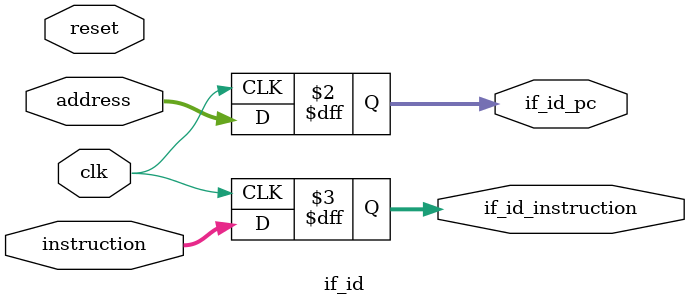
<source format=sv>
`define WORD_SIZE		32

module if_id (	output logic [`WORD_SIZE -1:0] if_id_pc, 
					output logic [`WORD_SIZE -1:0] if_id_instruction, 
						input logic clk,reset, 
						input logic [`WORD_SIZE -1:0] address,
						input logic [31:0]instruction
						);
										
	// Saving logics from fetch to decode 
	always_ff @ (posedge clk) begin 
		if (reset) begin 
		if_id_pc <= address;
		if_id_instruction <= 32'd0; 
		end 
		if_id_pc <= address;
		if_id_instruction <= instruction; 
	end 
	
	 
endmodule
			

</source>
